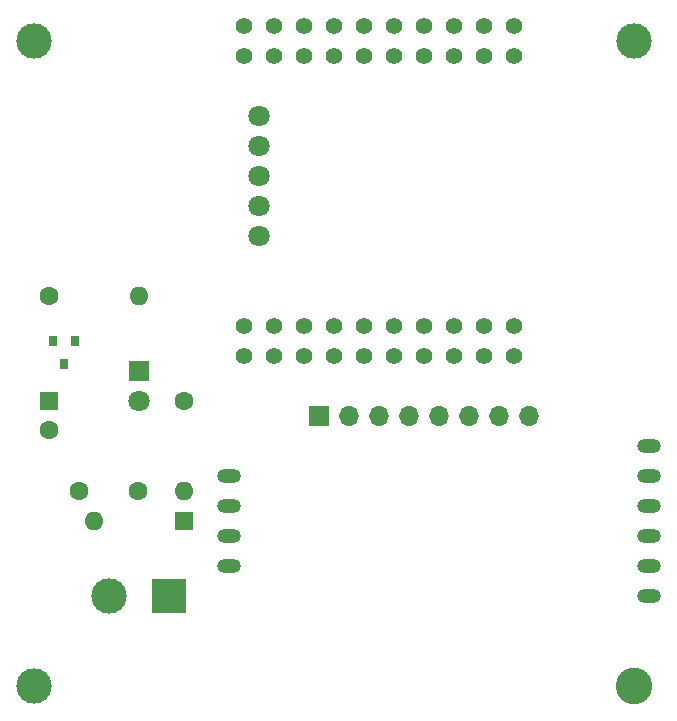
<source format=gts>
G04 #@! TF.GenerationSoftware,KiCad,Pcbnew,(5.1.12)-1*
G04 #@! TF.CreationDate,2022-01-06T10:15:51+01:00*
G04 #@! TF.ProjectId,EmlaLockSafe_Controller_Board,456d6c61-4c6f-4636-9b53-6166655f436f,2.0*
G04 #@! TF.SameCoordinates,Original*
G04 #@! TF.FileFunction,Soldermask,Top*
G04 #@! TF.FilePolarity,Negative*
%FSLAX46Y46*%
G04 Gerber Fmt 4.6, Leading zero omitted, Abs format (unit mm)*
G04 Created by KiCad (PCBNEW (5.1.12)-1) date 2022-01-06 10:15:51*
%MOMM*%
%LPD*%
G01*
G04 APERTURE LIST*
%ADD10C,1.800000*%
%ADD11C,3.000000*%
%ADD12C,1.400000*%
%ADD13C,3.100000*%
%ADD14O,2.000000X1.200000*%
%ADD15O,1.600000X1.600000*%
%ADD16C,1.600000*%
%ADD17O,1.700000X1.700000*%
%ADD18R,1.700000X1.700000*%
%ADD19R,1.800000X1.800000*%
%ADD20R,1.600000X1.600000*%
%ADD21R,3.000000X3.000000*%
%ADD22R,0.800000X0.900000*%
G04 APERTURE END LIST*
D10*
X137160000Y-91440000D03*
X137160000Y-88900000D03*
X137160000Y-86360000D03*
X137160000Y-83820000D03*
X137160000Y-81280000D03*
D11*
X168910000Y-74930000D03*
D12*
X158750000Y-76200000D03*
X158750000Y-73660000D03*
X156210000Y-73660000D03*
X156210000Y-76200000D03*
X153670000Y-73660000D03*
X153670000Y-76200000D03*
X151130000Y-73660000D03*
X151130000Y-76200000D03*
X148590000Y-73660000D03*
X148590000Y-76200000D03*
X146050000Y-73660000D03*
X146050000Y-76200000D03*
X143510000Y-73660000D03*
X143510000Y-76200000D03*
X140970000Y-73660000D03*
X140970000Y-76200000D03*
X138430000Y-73660000D03*
X138430000Y-76200000D03*
X135890000Y-73660000D03*
X135890000Y-76200000D03*
X158750000Y-99060000D03*
X158750000Y-101600000D03*
X156210000Y-99060000D03*
X156210000Y-101600000D03*
X153670000Y-99060000D03*
X153670000Y-101600000D03*
X151130000Y-99060000D03*
X151130000Y-101600000D03*
X148590000Y-99060000D03*
X148590000Y-101600000D03*
X146050000Y-99060000D03*
X146050000Y-101600000D03*
X143510000Y-99060000D03*
X143510000Y-101600000D03*
X140970000Y-99060000D03*
X140970000Y-101600000D03*
X138430000Y-99060000D03*
X138430000Y-101600000D03*
X135890000Y-99060000D03*
X135890000Y-101600000D03*
D13*
X168910000Y-129540000D03*
D11*
X118110000Y-129540000D03*
X118110000Y-74930000D03*
D14*
X134620000Y-119380000D03*
X134620000Y-116840000D03*
X134620000Y-114300000D03*
X134620000Y-111760000D03*
X170180000Y-121920000D03*
X170180000Y-119380000D03*
X170180000Y-116840000D03*
X170180000Y-114300000D03*
X170180000Y-111760000D03*
X170180000Y-109220000D03*
D15*
X130810000Y-113030000D03*
D16*
X130810000Y-105410000D03*
D17*
X160020000Y-106680000D03*
X157480000Y-106680000D03*
X154940000Y-106680000D03*
X152400000Y-106680000D03*
X149860000Y-106680000D03*
X147320000Y-106680000D03*
X144780000Y-106680000D03*
D18*
X142240000Y-106680000D03*
D10*
X127000000Y-105410000D03*
D19*
X127000000Y-102870000D03*
D15*
X123190000Y-115570000D03*
D20*
X130810000Y-115570000D03*
D11*
X124460000Y-121920000D03*
D21*
X129540000Y-121920000D03*
D15*
X127000000Y-96520000D03*
D16*
X119380000Y-96520000D03*
D22*
X120650000Y-102330000D03*
X119700000Y-100330000D03*
X121600000Y-100330000D03*
D16*
X119380000Y-107910000D03*
D20*
X119380000Y-105410000D03*
D16*
X121920000Y-113030000D03*
X126920000Y-113030000D03*
M02*

</source>
